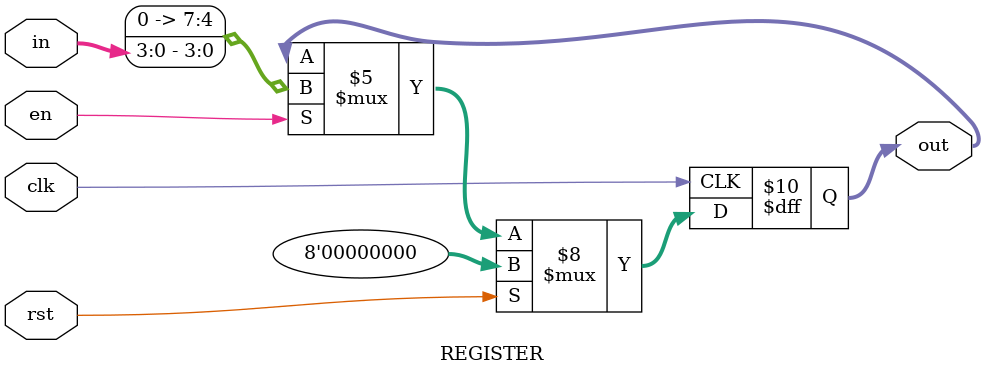
<source format=v>
`timescale 1ns / 1ps


module REGISTER
 #(parameter WIDTH = 4)
   (
    input [WIDTH-1:0] in,
    input en,
    input clk,
    input rst,
    output reg [WIDTH-11:0] out
    );
    
    always@(posedge clk)begin
      if(rst==1)  out<=0;
      else begin
        if(en==1) out<=in;
        else out<=out;
      end
    end
    
endmodule

</source>
